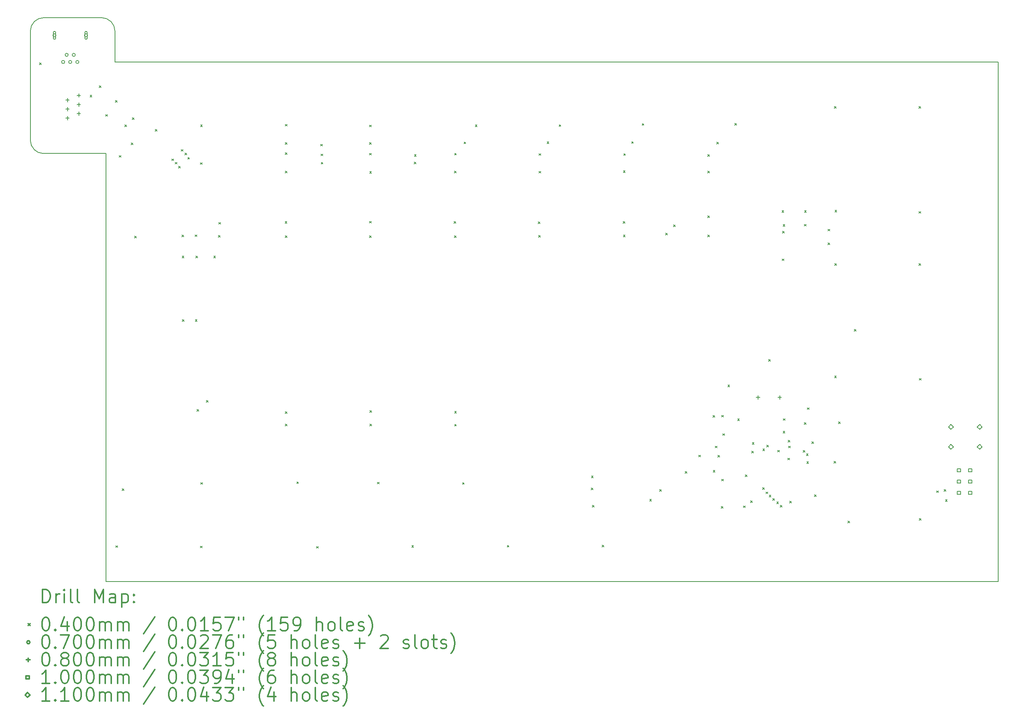
<source format=gbr>
%FSLAX45Y45*%
G04 Gerber Fmt 4.5, Leading zero omitted, Abs format (unit mm)*
G04 Created by KiCad (PCBNEW 5.1.12-1.fc34) date 2021-12-19 18:50:07*
%MOMM*%
%LPD*%
G01*
G04 APERTURE LIST*
%TA.AperFunction,Profile*%
%ADD10C,0.200000*%
%TD*%
%ADD11C,0.200000*%
%ADD12C,0.300000*%
G04 APERTURE END LIST*
D10*
X3685500Y-2923765D02*
X3685500Y-5383765D01*
X5390600Y-5683765D02*
X5390600Y-15325000D01*
X5290600Y-2623765D02*
G75*
G02*
X5590600Y-2923765I0J-300000D01*
G01*
X5590600Y-3623765D02*
X5590600Y-2923765D01*
X3985500Y-5683765D02*
G75*
G02*
X3685500Y-5383765I0J300000D01*
G01*
X3985500Y-5683765D02*
X5390600Y-5683765D01*
X3685500Y-2923765D02*
G75*
G02*
X3985500Y-2623765I300000J0D01*
G01*
X5390600Y-15325000D02*
X25488000Y-15325000D01*
X5290600Y-2623765D02*
X3985500Y-2623765D01*
X25488000Y-3623765D02*
X5590600Y-3623765D01*
X25488000Y-15325000D02*
X25488000Y-3623765D01*
D11*
X3891000Y-3638000D02*
X3931000Y-3678000D01*
X3931000Y-3638000D02*
X3891000Y-3678000D01*
X5029931Y-4366069D02*
X5069931Y-4406069D01*
X5069931Y-4366069D02*
X5029931Y-4406069D01*
X5240000Y-4157000D02*
X5280000Y-4197000D01*
X5280000Y-4157000D02*
X5240000Y-4197000D01*
X5380000Y-4805000D02*
X5420000Y-4845000D01*
X5420000Y-4805000D02*
X5380000Y-4845000D01*
X5601000Y-4489000D02*
X5641000Y-4529000D01*
X5641000Y-4489000D02*
X5601000Y-4529000D01*
X5610000Y-14517000D02*
X5650000Y-14557000D01*
X5650000Y-14517000D02*
X5610000Y-14557000D01*
X5689000Y-5728000D02*
X5729000Y-5768000D01*
X5729000Y-5728000D02*
X5689000Y-5768000D01*
X5754000Y-13233000D02*
X5794000Y-13273000D01*
X5794000Y-13233000D02*
X5754000Y-13273000D01*
X5816000Y-5035000D02*
X5856000Y-5075000D01*
X5856000Y-5035000D02*
X5816000Y-5075000D01*
X5955000Y-5441000D02*
X5995000Y-5481000D01*
X5995000Y-5441000D02*
X5955000Y-5481000D01*
X5981000Y-4879000D02*
X6021000Y-4919000D01*
X6021000Y-4879000D02*
X5981000Y-4919000D01*
X6032000Y-7542000D02*
X6072000Y-7582000D01*
X6072000Y-7542000D02*
X6032000Y-7582000D01*
X6502000Y-5138000D02*
X6542000Y-5178000D01*
X6542000Y-5138000D02*
X6502000Y-5178000D01*
X6873000Y-5805000D02*
X6913000Y-5845000D01*
X6913000Y-5805000D02*
X6873000Y-5845000D01*
X6951000Y-5881000D02*
X6991000Y-5921000D01*
X6991000Y-5881000D02*
X6951000Y-5921000D01*
X7026000Y-5967000D02*
X7066000Y-6007000D01*
X7066000Y-5967000D02*
X7026000Y-6007000D01*
X7081000Y-5592000D02*
X7121000Y-5632000D01*
X7121000Y-5592000D02*
X7081000Y-5632000D01*
X7098000Y-7520000D02*
X7138000Y-7560000D01*
X7138000Y-7520000D02*
X7098000Y-7560000D01*
X7104000Y-7990000D02*
X7144000Y-8030000D01*
X7144000Y-7990000D02*
X7104000Y-8030000D01*
X7110000Y-9422000D02*
X7150000Y-9462000D01*
X7150000Y-9422000D02*
X7110000Y-9462000D01*
X7168000Y-5673001D02*
X7208000Y-5713001D01*
X7208000Y-5673001D02*
X7168000Y-5713001D01*
X7232000Y-5770000D02*
X7272000Y-5810000D01*
X7272000Y-5770000D02*
X7232000Y-5810000D01*
X7396000Y-7514000D02*
X7436000Y-7554000D01*
X7436000Y-7514000D02*
X7396000Y-7554000D01*
X7402000Y-9422000D02*
X7442000Y-9462000D01*
X7442000Y-9422000D02*
X7402000Y-9462000D01*
X7411000Y-7990000D02*
X7451000Y-8030000D01*
X7451000Y-7990000D02*
X7411000Y-8030000D01*
X7440000Y-11446000D02*
X7480000Y-11486000D01*
X7480000Y-11446000D02*
X7440000Y-11486000D01*
X7514000Y-5889000D02*
X7554000Y-5929000D01*
X7554000Y-5889000D02*
X7514000Y-5929000D01*
X7514000Y-14525000D02*
X7554000Y-14565000D01*
X7554000Y-14525000D02*
X7514000Y-14565000D01*
X7520000Y-5037000D02*
X7560000Y-5077000D01*
X7560000Y-5037000D02*
X7520000Y-5077000D01*
X7527000Y-13094000D02*
X7567000Y-13134000D01*
X7567000Y-13094000D02*
X7527000Y-13134000D01*
X7652000Y-11241000D02*
X7692000Y-11281000D01*
X7692000Y-11241000D02*
X7652000Y-11281000D01*
X7817000Y-7990000D02*
X7857000Y-8030000D01*
X7857000Y-7990000D02*
X7817000Y-8030000D01*
X7924000Y-7528000D02*
X7964000Y-7568000D01*
X7964000Y-7528000D02*
X7924000Y-7568000D01*
X7930617Y-7234000D02*
X7970617Y-7274000D01*
X7970617Y-7234000D02*
X7930617Y-7274000D01*
X9426000Y-7214000D02*
X9466000Y-7254000D01*
X9466000Y-7214000D02*
X9426000Y-7254000D01*
X9428000Y-5026000D02*
X9468000Y-5066000D01*
X9468000Y-5026000D02*
X9428000Y-5066000D01*
X9428000Y-5435000D02*
X9468000Y-5475000D01*
X9468000Y-5435000D02*
X9428000Y-5475000D01*
X9428000Y-5667000D02*
X9468000Y-5707000D01*
X9468000Y-5667000D02*
X9428000Y-5707000D01*
X9428000Y-6082000D02*
X9468000Y-6122000D01*
X9468000Y-6082000D02*
X9428000Y-6122000D01*
X9429000Y-7535000D02*
X9469000Y-7575000D01*
X9469000Y-7535000D02*
X9429000Y-7575000D01*
X9431000Y-11497000D02*
X9471000Y-11537000D01*
X9471000Y-11497000D02*
X9431000Y-11537000D01*
X9431000Y-11775000D02*
X9471000Y-11815000D01*
X9471000Y-11775000D02*
X9431000Y-11815000D01*
X9687000Y-13076000D02*
X9727000Y-13116000D01*
X9727000Y-13076000D02*
X9687000Y-13116000D01*
X10133000Y-14533000D02*
X10173000Y-14573000D01*
X10173000Y-14533000D02*
X10133000Y-14573000D01*
X10228000Y-5473000D02*
X10268000Y-5513000D01*
X10268000Y-5473000D02*
X10228000Y-5513000D01*
X10236000Y-5694000D02*
X10276000Y-5734000D01*
X10276000Y-5694000D02*
X10236000Y-5734000D01*
X10237000Y-5881000D02*
X10277000Y-5921000D01*
X10277000Y-5881000D02*
X10237000Y-5921000D01*
X11324000Y-5042000D02*
X11364000Y-5082000D01*
X11364000Y-5042000D02*
X11324000Y-5082000D01*
X11324000Y-5435000D02*
X11364000Y-5475000D01*
X11364000Y-5435000D02*
X11324000Y-5475000D01*
X11324000Y-5678000D02*
X11364000Y-5718000D01*
X11364000Y-5678000D02*
X11324000Y-5718000D01*
X11327000Y-7209000D02*
X11367000Y-7249000D01*
X11367000Y-7209000D02*
X11327000Y-7249000D01*
X11327000Y-7533000D02*
X11367000Y-7573000D01*
X11367000Y-7533000D02*
X11327000Y-7573000D01*
X11330000Y-6088000D02*
X11370000Y-6128000D01*
X11370000Y-6088000D02*
X11330000Y-6128000D01*
X11333000Y-11475000D02*
X11373000Y-11515000D01*
X11373000Y-11475000D02*
X11333000Y-11515000D01*
X11333000Y-11775000D02*
X11373000Y-11815000D01*
X11373000Y-11775000D02*
X11333000Y-11815000D01*
X11505000Y-13085000D02*
X11545000Y-13125000D01*
X11545000Y-13085000D02*
X11505000Y-13125000D01*
X12277000Y-14513000D02*
X12317000Y-14553000D01*
X12317000Y-14513000D02*
X12277000Y-14553000D01*
X12336000Y-5877000D02*
X12376000Y-5917000D01*
X12376000Y-5877000D02*
X12336000Y-5917000D01*
X12337000Y-5705000D02*
X12377000Y-5745000D01*
X12377000Y-5705000D02*
X12337000Y-5745000D01*
X13232000Y-7215000D02*
X13272000Y-7255000D01*
X13272000Y-7215000D02*
X13232000Y-7255000D01*
X13237000Y-7533000D02*
X13277000Y-7573000D01*
X13277000Y-7533000D02*
X13237000Y-7573000D01*
X13238000Y-6077000D02*
X13278000Y-6117000D01*
X13278000Y-6077000D02*
X13238000Y-6117000D01*
X13243000Y-5678000D02*
X13283000Y-5718000D01*
X13283000Y-5678000D02*
X13243000Y-5718000D01*
X13243000Y-11490000D02*
X13283000Y-11530000D01*
X13283000Y-11490000D02*
X13243000Y-11530000D01*
X13243000Y-11782000D02*
X13283000Y-11822000D01*
X13283000Y-11782000D02*
X13243000Y-11822000D01*
X13420000Y-13094000D02*
X13460000Y-13134000D01*
X13460000Y-13094000D02*
X13420000Y-13134000D01*
X13454000Y-5424000D02*
X13494000Y-5464000D01*
X13494000Y-5424000D02*
X13454000Y-5464000D01*
X13708000Y-5037000D02*
X13748000Y-5077000D01*
X13748000Y-5037000D02*
X13708000Y-5077000D01*
X14429000Y-14508000D02*
X14469000Y-14548000D01*
X14469000Y-14508000D02*
X14429000Y-14548000D01*
X15127000Y-7225000D02*
X15167000Y-7265000D01*
X15167000Y-7225000D02*
X15127000Y-7265000D01*
X15134000Y-7529000D02*
X15174000Y-7569000D01*
X15174000Y-7529000D02*
X15134000Y-7569000D01*
X15143000Y-5686000D02*
X15183000Y-5726000D01*
X15183000Y-5686000D02*
X15143000Y-5726000D01*
X15143000Y-6084000D02*
X15183000Y-6124000D01*
X15183000Y-6084000D02*
X15143000Y-6124000D01*
X15326000Y-5416000D02*
X15366000Y-5456000D01*
X15366000Y-5416000D02*
X15326000Y-5456000D01*
X15597000Y-5033000D02*
X15637000Y-5073000D01*
X15637000Y-5033000D02*
X15597000Y-5073000D01*
X16318000Y-13217000D02*
X16358000Y-13257000D01*
X16358000Y-13217000D02*
X16318000Y-13257000D01*
X16326000Y-12945000D02*
X16366000Y-12985000D01*
X16366000Y-12945000D02*
X16326000Y-12985000D01*
X16344000Y-13603000D02*
X16384000Y-13643000D01*
X16384000Y-13603000D02*
X16344000Y-13643000D01*
X16569000Y-14502000D02*
X16609000Y-14542000D01*
X16609000Y-14502000D02*
X16569000Y-14542000D01*
X17041000Y-7215000D02*
X17081000Y-7255000D01*
X17081000Y-7215000D02*
X17041000Y-7255000D01*
X17044000Y-7516000D02*
X17084000Y-7556000D01*
X17084000Y-7516000D02*
X17044000Y-7556000D01*
X17046000Y-6069000D02*
X17086000Y-6109000D01*
X17086000Y-6069000D02*
X17046000Y-6109000D01*
X17054000Y-5686000D02*
X17094000Y-5726000D01*
X17094000Y-5686000D02*
X17054000Y-5726000D01*
X17230000Y-5414000D02*
X17270000Y-5454000D01*
X17270000Y-5414000D02*
X17230000Y-5454000D01*
X17468000Y-5009000D02*
X17508000Y-5049000D01*
X17508000Y-5009000D02*
X17468000Y-5049000D01*
X17637000Y-13473000D02*
X17677000Y-13513000D01*
X17677000Y-13473000D02*
X17637000Y-13513000D01*
X17860000Y-13253000D02*
X17900000Y-13293000D01*
X17900000Y-13253000D02*
X17860000Y-13293000D01*
X17996000Y-7473000D02*
X18036000Y-7513000D01*
X18036000Y-7473000D02*
X17996000Y-7513000D01*
X18178000Y-7291000D02*
X18218000Y-7331000D01*
X18218000Y-7291000D02*
X18178000Y-7331000D01*
X18436000Y-12841000D02*
X18476000Y-12881000D01*
X18476000Y-12841000D02*
X18436000Y-12881000D01*
X18744000Y-12475000D02*
X18784000Y-12515000D01*
X18784000Y-12475000D02*
X18744000Y-12515000D01*
X18944000Y-5706000D02*
X18984000Y-5746000D01*
X18984000Y-5706000D02*
X18944000Y-5746000D01*
X18944000Y-6082000D02*
X18984000Y-6122000D01*
X18984000Y-6082000D02*
X18944000Y-6122000D01*
X18945000Y-7088000D02*
X18985000Y-7128000D01*
X18985000Y-7088000D02*
X18945000Y-7128000D01*
X18945000Y-7520000D02*
X18985000Y-7560000D01*
X18985000Y-7520000D02*
X18945000Y-7560000D01*
X19064000Y-11584000D02*
X19104000Y-11624000D01*
X19104000Y-11584000D02*
X19064000Y-11624000D01*
X19068000Y-12817000D02*
X19108000Y-12857000D01*
X19108000Y-12817000D02*
X19068000Y-12857000D01*
X19116000Y-12273000D02*
X19156000Y-12313000D01*
X19156000Y-12273000D02*
X19116000Y-12313000D01*
X19149000Y-5429000D02*
X19189000Y-5469000D01*
X19189000Y-5429000D02*
X19149000Y-5469000D01*
X19177000Y-12482000D02*
X19217000Y-12522000D01*
X19217000Y-12482000D02*
X19177000Y-12522000D01*
X19251000Y-13632000D02*
X19291000Y-13672000D01*
X19291000Y-13632000D02*
X19251000Y-13672000D01*
X19255997Y-11579002D02*
X19295997Y-11619002D01*
X19295997Y-11579002D02*
X19255997Y-11619002D01*
X19257500Y-13018000D02*
X19297500Y-13058000D01*
X19297500Y-13018000D02*
X19257500Y-13058000D01*
X19283000Y-11993000D02*
X19323000Y-12033000D01*
X19323000Y-11993000D02*
X19283000Y-12033000D01*
X19398000Y-10894000D02*
X19438000Y-10934000D01*
X19438000Y-10894000D02*
X19398000Y-10934000D01*
X19553000Y-5004000D02*
X19593000Y-5044000D01*
X19593000Y-5004000D02*
X19553000Y-5044000D01*
X19618000Y-11661000D02*
X19658000Y-11701000D01*
X19658000Y-11661000D02*
X19618000Y-11701000D01*
X19752000Y-13618000D02*
X19792000Y-13658000D01*
X19792000Y-13618000D02*
X19752000Y-13658000D01*
X19795000Y-12921000D02*
X19835000Y-12961000D01*
X19835000Y-12921000D02*
X19795000Y-12961000D01*
X19912000Y-13505000D02*
X19952000Y-13545000D01*
X19952000Y-13505000D02*
X19912000Y-13545000D01*
X19937000Y-12385000D02*
X19977000Y-12425000D01*
X19977000Y-12385000D02*
X19937000Y-12425000D01*
X19950000Y-12193000D02*
X19990000Y-12233000D01*
X19990000Y-12193000D02*
X19950000Y-12233000D01*
X20180000Y-13205000D02*
X20220000Y-13245000D01*
X20220000Y-13205000D02*
X20180000Y-13245000D01*
X20187000Y-12338000D02*
X20227000Y-12378000D01*
X20227000Y-12338000D02*
X20187000Y-12378000D01*
X20255000Y-13305000D02*
X20295000Y-13345000D01*
X20295000Y-13305000D02*
X20255000Y-13345000D01*
X20273000Y-12251000D02*
X20313000Y-12291000D01*
X20313000Y-12251000D02*
X20273000Y-12291000D01*
X20316000Y-10319000D02*
X20356000Y-10359000D01*
X20356000Y-10319000D02*
X20316000Y-10359000D01*
X20330000Y-13380000D02*
X20370000Y-13420000D01*
X20370000Y-13380000D02*
X20330000Y-13420000D01*
X20410001Y-13456071D02*
X20450001Y-13496071D01*
X20450001Y-13456071D02*
X20410001Y-13496071D01*
X20500000Y-13530000D02*
X20540000Y-13570000D01*
X20540000Y-13530000D02*
X20500000Y-13570000D01*
X20522000Y-12365000D02*
X20562000Y-12405000D01*
X20562000Y-12365000D02*
X20522000Y-12405000D01*
X20580000Y-13605000D02*
X20620000Y-13645000D01*
X20620000Y-13605000D02*
X20580000Y-13645000D01*
X20618000Y-6971000D02*
X20658000Y-7011000D01*
X20658000Y-6971000D02*
X20618000Y-7011000D01*
X20619000Y-8056000D02*
X20659000Y-8096000D01*
X20659000Y-8056000D02*
X20619000Y-8096000D01*
X20630000Y-7434000D02*
X20670000Y-7474000D01*
X20670000Y-7434000D02*
X20630000Y-7474000D01*
X20643000Y-11940000D02*
X20683000Y-11980000D01*
X20683000Y-11940000D02*
X20643000Y-11980000D01*
X20644000Y-7283000D02*
X20684000Y-7323000D01*
X20684000Y-7283000D02*
X20644000Y-7323000D01*
X20646996Y-11654996D02*
X20686996Y-11694996D01*
X20686996Y-11654996D02*
X20646996Y-11694996D01*
X20748000Y-12544000D02*
X20788000Y-12584000D01*
X20788000Y-12544000D02*
X20748000Y-12584000D01*
X20759000Y-12140000D02*
X20799000Y-12180000D01*
X20799000Y-12140000D02*
X20759000Y-12180000D01*
X20763000Y-12273000D02*
X20803000Y-12313000D01*
X20803000Y-12273000D02*
X20763000Y-12313000D01*
X20789000Y-13510000D02*
X20829000Y-13550000D01*
X20829000Y-13510000D02*
X20789000Y-13550000D01*
X21098000Y-12369000D02*
X21138000Y-12409000D01*
X21138000Y-12369000D02*
X21098000Y-12409000D01*
X21123000Y-7277000D02*
X21163000Y-7317000D01*
X21163000Y-7277000D02*
X21123000Y-7317000D01*
X21123000Y-11741000D02*
X21163000Y-11781000D01*
X21163000Y-11741000D02*
X21123000Y-11781000D01*
X21126000Y-6971000D02*
X21166000Y-7011000D01*
X21166000Y-6971000D02*
X21126000Y-7011000D01*
X21168200Y-12449000D02*
X21208200Y-12489000D01*
X21208200Y-12449000D02*
X21168200Y-12489000D01*
X21176000Y-12624000D02*
X21216000Y-12664000D01*
X21216000Y-12624000D02*
X21176000Y-12664000D01*
X21187440Y-11409698D02*
X21227440Y-11449698D01*
X21227440Y-11409698D02*
X21187440Y-11449698D01*
X21288569Y-12175569D02*
X21328569Y-12215569D01*
X21328569Y-12175569D02*
X21288569Y-12215569D01*
X21351000Y-13367000D02*
X21391000Y-13407000D01*
X21391000Y-13367000D02*
X21351000Y-13407000D01*
X21655000Y-7388000D02*
X21695000Y-7428000D01*
X21695000Y-7388000D02*
X21655000Y-7428000D01*
X21655000Y-7697000D02*
X21695000Y-7737000D01*
X21695000Y-7697000D02*
X21655000Y-7737000D01*
X21790000Y-12617000D02*
X21830000Y-12657000D01*
X21830000Y-12617000D02*
X21790000Y-12657000D01*
X21801000Y-4623000D02*
X21841000Y-4663000D01*
X21841000Y-4623000D02*
X21801000Y-4663000D01*
X21804000Y-10692000D02*
X21844000Y-10732000D01*
X21844000Y-10692000D02*
X21804000Y-10732000D01*
X21807000Y-8164000D02*
X21847000Y-8204000D01*
X21847000Y-8164000D02*
X21807000Y-8204000D01*
X21811000Y-6962000D02*
X21851000Y-7002000D01*
X21851000Y-6962000D02*
X21811000Y-7002000D01*
X21891000Y-11728000D02*
X21931000Y-11768000D01*
X21931000Y-11728000D02*
X21891000Y-11768000D01*
X22100875Y-13958875D02*
X22140875Y-13998875D01*
X22140875Y-13958875D02*
X22100875Y-13998875D01*
X22250000Y-9646000D02*
X22290000Y-9686000D01*
X22290000Y-9646000D02*
X22250000Y-9686000D01*
X23705000Y-4625000D02*
X23745000Y-4665000D01*
X23745000Y-4625000D02*
X23705000Y-4665000D01*
X23705000Y-6990000D02*
X23745000Y-7030000D01*
X23745000Y-6990000D02*
X23705000Y-7030000D01*
X23705000Y-8159000D02*
X23745000Y-8199000D01*
X23745000Y-8159000D02*
X23705000Y-8199000D01*
X23712000Y-10748000D02*
X23752000Y-10788000D01*
X23752000Y-10748000D02*
X23712000Y-10788000D01*
X23712000Y-13900000D02*
X23752000Y-13940000D01*
X23752000Y-13900000D02*
X23712000Y-13940000D01*
X24100000Y-13279000D02*
X24140000Y-13319000D01*
X24140000Y-13279000D02*
X24100000Y-13319000D01*
X24269000Y-13249000D02*
X24309000Y-13289000D01*
X24309000Y-13249000D02*
X24269000Y-13289000D01*
X24300000Y-13479000D02*
X24340000Y-13519000D01*
X24340000Y-13479000D02*
X24300000Y-13519000D01*
X4264000Y-3021000D02*
G75*
G03*
X4264000Y-3021000I-35000J0D01*
G01*
X4204000Y-2956000D02*
X4204000Y-3086000D01*
X4254000Y-2956000D02*
X4254000Y-3086000D01*
X4204000Y-3086000D02*
G75*
G03*
X4254000Y-3086000I25000J0D01*
G01*
X4254000Y-2956000D02*
G75*
G03*
X4204000Y-2956000I-25000J0D01*
G01*
X4459000Y-3621000D02*
G75*
G03*
X4459000Y-3621000I-35000J0D01*
G01*
X4539000Y-3461000D02*
G75*
G03*
X4539000Y-3461000I-35000J0D01*
G01*
X4619000Y-3621000D02*
G75*
G03*
X4619000Y-3621000I-35000J0D01*
G01*
X4699000Y-3461000D02*
G75*
G03*
X4699000Y-3461000I-35000J0D01*
G01*
X4779000Y-3621000D02*
G75*
G03*
X4779000Y-3621000I-35000J0D01*
G01*
X4974000Y-3021000D02*
G75*
G03*
X4974000Y-3021000I-35000J0D01*
G01*
X4914000Y-2956000D02*
X4914000Y-3086000D01*
X4964000Y-2956000D02*
X4964000Y-3086000D01*
X4914000Y-3086000D02*
G75*
G03*
X4964000Y-3086000I25000J0D01*
G01*
X4964000Y-2956000D02*
G75*
G03*
X4914000Y-2956000I-25000J0D01*
G01*
X4523000Y-4436000D02*
X4523000Y-4516000D01*
X4483000Y-4476000D02*
X4563000Y-4476000D01*
X4523000Y-4640000D02*
X4523000Y-4720000D01*
X4483000Y-4680000D02*
X4563000Y-4680000D01*
X4523000Y-4844000D02*
X4523000Y-4924000D01*
X4483000Y-4884000D02*
X4563000Y-4884000D01*
X4777000Y-4334000D02*
X4777000Y-4414000D01*
X4737000Y-4374000D02*
X4817000Y-4374000D01*
X4777000Y-4538000D02*
X4777000Y-4618000D01*
X4737000Y-4578000D02*
X4817000Y-4578000D01*
X4777000Y-4742000D02*
X4777000Y-4822000D01*
X4737000Y-4782000D02*
X4817000Y-4782000D01*
X20080000Y-11135000D02*
X20080000Y-11215000D01*
X20040000Y-11175000D02*
X20120000Y-11175000D01*
X20568000Y-11135000D02*
X20568000Y-11215000D01*
X20528000Y-11175000D02*
X20608000Y-11175000D01*
X24640356Y-12855356D02*
X24640356Y-12784644D01*
X24569644Y-12784644D01*
X24569644Y-12855356D01*
X24640356Y-12855356D01*
X24640356Y-13109356D02*
X24640356Y-13038644D01*
X24569644Y-13038644D01*
X24569644Y-13109356D01*
X24640356Y-13109356D01*
X24640356Y-13363356D02*
X24640356Y-13292644D01*
X24569644Y-13292644D01*
X24569644Y-13363356D01*
X24640356Y-13363356D01*
X24894356Y-12855356D02*
X24894356Y-12784644D01*
X24823644Y-12784644D01*
X24823644Y-12855356D01*
X24894356Y-12855356D01*
X24894356Y-13109356D02*
X24894356Y-13038644D01*
X24823644Y-13038644D01*
X24823644Y-13109356D01*
X24894356Y-13109356D01*
X24894356Y-13363356D02*
X24894356Y-13292644D01*
X24823644Y-13292644D01*
X24823644Y-13363356D01*
X24894356Y-13363356D01*
X24423000Y-11895000D02*
X24478000Y-11840000D01*
X24423000Y-11785000D01*
X24368000Y-11840000D01*
X24423000Y-11895000D01*
X24423000Y-12345000D02*
X24478000Y-12290000D01*
X24423000Y-12235000D01*
X24368000Y-12290000D01*
X24423000Y-12345000D01*
X25073000Y-11895000D02*
X25128000Y-11840000D01*
X25073000Y-11785000D01*
X25018000Y-11840000D01*
X25073000Y-11895000D01*
X25073000Y-12345000D02*
X25128000Y-12290000D01*
X25073000Y-12235000D01*
X25018000Y-12290000D01*
X25073000Y-12345000D01*
D12*
X3961928Y-15800714D02*
X3961928Y-15500714D01*
X4033357Y-15500714D01*
X4076214Y-15515000D01*
X4104786Y-15543571D01*
X4119071Y-15572143D01*
X4133357Y-15629286D01*
X4133357Y-15672143D01*
X4119071Y-15729286D01*
X4104786Y-15757857D01*
X4076214Y-15786429D01*
X4033357Y-15800714D01*
X3961928Y-15800714D01*
X4261928Y-15800714D02*
X4261928Y-15600714D01*
X4261928Y-15657857D02*
X4276214Y-15629286D01*
X4290500Y-15615000D01*
X4319071Y-15600714D01*
X4347643Y-15600714D01*
X4447643Y-15800714D02*
X4447643Y-15600714D01*
X4447643Y-15500714D02*
X4433357Y-15515000D01*
X4447643Y-15529286D01*
X4461928Y-15515000D01*
X4447643Y-15500714D01*
X4447643Y-15529286D01*
X4633357Y-15800714D02*
X4604786Y-15786429D01*
X4590500Y-15757857D01*
X4590500Y-15500714D01*
X4790500Y-15800714D02*
X4761928Y-15786429D01*
X4747643Y-15757857D01*
X4747643Y-15500714D01*
X5133357Y-15800714D02*
X5133357Y-15500714D01*
X5233357Y-15715000D01*
X5333357Y-15500714D01*
X5333357Y-15800714D01*
X5604786Y-15800714D02*
X5604786Y-15643571D01*
X5590500Y-15615000D01*
X5561928Y-15600714D01*
X5504786Y-15600714D01*
X5476214Y-15615000D01*
X5604786Y-15786429D02*
X5576214Y-15800714D01*
X5504786Y-15800714D01*
X5476214Y-15786429D01*
X5461928Y-15757857D01*
X5461928Y-15729286D01*
X5476214Y-15700714D01*
X5504786Y-15686429D01*
X5576214Y-15686429D01*
X5604786Y-15672143D01*
X5747643Y-15600714D02*
X5747643Y-15900714D01*
X5747643Y-15615000D02*
X5776214Y-15600714D01*
X5833357Y-15600714D01*
X5861928Y-15615000D01*
X5876214Y-15629286D01*
X5890500Y-15657857D01*
X5890500Y-15743571D01*
X5876214Y-15772143D01*
X5861928Y-15786429D01*
X5833357Y-15800714D01*
X5776214Y-15800714D01*
X5747643Y-15786429D01*
X6019071Y-15772143D02*
X6033357Y-15786429D01*
X6019071Y-15800714D01*
X6004786Y-15786429D01*
X6019071Y-15772143D01*
X6019071Y-15800714D01*
X6019071Y-15615000D02*
X6033357Y-15629286D01*
X6019071Y-15643571D01*
X6004786Y-15629286D01*
X6019071Y-15615000D01*
X6019071Y-15643571D01*
X3635500Y-16275000D02*
X3675500Y-16315000D01*
X3675500Y-16275000D02*
X3635500Y-16315000D01*
X4019071Y-16130714D02*
X4047643Y-16130714D01*
X4076214Y-16145000D01*
X4090500Y-16159286D01*
X4104786Y-16187857D01*
X4119071Y-16245000D01*
X4119071Y-16316429D01*
X4104786Y-16373571D01*
X4090500Y-16402143D01*
X4076214Y-16416429D01*
X4047643Y-16430714D01*
X4019071Y-16430714D01*
X3990500Y-16416429D01*
X3976214Y-16402143D01*
X3961928Y-16373571D01*
X3947643Y-16316429D01*
X3947643Y-16245000D01*
X3961928Y-16187857D01*
X3976214Y-16159286D01*
X3990500Y-16145000D01*
X4019071Y-16130714D01*
X4247643Y-16402143D02*
X4261928Y-16416429D01*
X4247643Y-16430714D01*
X4233357Y-16416429D01*
X4247643Y-16402143D01*
X4247643Y-16430714D01*
X4519071Y-16230714D02*
X4519071Y-16430714D01*
X4447643Y-16116429D02*
X4376214Y-16330714D01*
X4561928Y-16330714D01*
X4733357Y-16130714D02*
X4761928Y-16130714D01*
X4790500Y-16145000D01*
X4804786Y-16159286D01*
X4819071Y-16187857D01*
X4833357Y-16245000D01*
X4833357Y-16316429D01*
X4819071Y-16373571D01*
X4804786Y-16402143D01*
X4790500Y-16416429D01*
X4761928Y-16430714D01*
X4733357Y-16430714D01*
X4704786Y-16416429D01*
X4690500Y-16402143D01*
X4676214Y-16373571D01*
X4661928Y-16316429D01*
X4661928Y-16245000D01*
X4676214Y-16187857D01*
X4690500Y-16159286D01*
X4704786Y-16145000D01*
X4733357Y-16130714D01*
X5019071Y-16130714D02*
X5047643Y-16130714D01*
X5076214Y-16145000D01*
X5090500Y-16159286D01*
X5104786Y-16187857D01*
X5119071Y-16245000D01*
X5119071Y-16316429D01*
X5104786Y-16373571D01*
X5090500Y-16402143D01*
X5076214Y-16416429D01*
X5047643Y-16430714D01*
X5019071Y-16430714D01*
X4990500Y-16416429D01*
X4976214Y-16402143D01*
X4961928Y-16373571D01*
X4947643Y-16316429D01*
X4947643Y-16245000D01*
X4961928Y-16187857D01*
X4976214Y-16159286D01*
X4990500Y-16145000D01*
X5019071Y-16130714D01*
X5247643Y-16430714D02*
X5247643Y-16230714D01*
X5247643Y-16259286D02*
X5261928Y-16245000D01*
X5290500Y-16230714D01*
X5333357Y-16230714D01*
X5361928Y-16245000D01*
X5376214Y-16273571D01*
X5376214Y-16430714D01*
X5376214Y-16273571D02*
X5390500Y-16245000D01*
X5419071Y-16230714D01*
X5461928Y-16230714D01*
X5490500Y-16245000D01*
X5504786Y-16273571D01*
X5504786Y-16430714D01*
X5647643Y-16430714D02*
X5647643Y-16230714D01*
X5647643Y-16259286D02*
X5661928Y-16245000D01*
X5690500Y-16230714D01*
X5733357Y-16230714D01*
X5761928Y-16245000D01*
X5776214Y-16273571D01*
X5776214Y-16430714D01*
X5776214Y-16273571D02*
X5790500Y-16245000D01*
X5819071Y-16230714D01*
X5861928Y-16230714D01*
X5890500Y-16245000D01*
X5904786Y-16273571D01*
X5904786Y-16430714D01*
X6490500Y-16116429D02*
X6233357Y-16502143D01*
X6876214Y-16130714D02*
X6904786Y-16130714D01*
X6933357Y-16145000D01*
X6947643Y-16159286D01*
X6961928Y-16187857D01*
X6976214Y-16245000D01*
X6976214Y-16316429D01*
X6961928Y-16373571D01*
X6947643Y-16402143D01*
X6933357Y-16416429D01*
X6904786Y-16430714D01*
X6876214Y-16430714D01*
X6847643Y-16416429D01*
X6833357Y-16402143D01*
X6819071Y-16373571D01*
X6804786Y-16316429D01*
X6804786Y-16245000D01*
X6819071Y-16187857D01*
X6833357Y-16159286D01*
X6847643Y-16145000D01*
X6876214Y-16130714D01*
X7104786Y-16402143D02*
X7119071Y-16416429D01*
X7104786Y-16430714D01*
X7090500Y-16416429D01*
X7104786Y-16402143D01*
X7104786Y-16430714D01*
X7304786Y-16130714D02*
X7333357Y-16130714D01*
X7361928Y-16145000D01*
X7376214Y-16159286D01*
X7390500Y-16187857D01*
X7404786Y-16245000D01*
X7404786Y-16316429D01*
X7390500Y-16373571D01*
X7376214Y-16402143D01*
X7361928Y-16416429D01*
X7333357Y-16430714D01*
X7304786Y-16430714D01*
X7276214Y-16416429D01*
X7261928Y-16402143D01*
X7247643Y-16373571D01*
X7233357Y-16316429D01*
X7233357Y-16245000D01*
X7247643Y-16187857D01*
X7261928Y-16159286D01*
X7276214Y-16145000D01*
X7304786Y-16130714D01*
X7690500Y-16430714D02*
X7519071Y-16430714D01*
X7604786Y-16430714D02*
X7604786Y-16130714D01*
X7576214Y-16173571D01*
X7547643Y-16202143D01*
X7519071Y-16216429D01*
X7961928Y-16130714D02*
X7819071Y-16130714D01*
X7804786Y-16273571D01*
X7819071Y-16259286D01*
X7847643Y-16245000D01*
X7919071Y-16245000D01*
X7947643Y-16259286D01*
X7961928Y-16273571D01*
X7976214Y-16302143D01*
X7976214Y-16373571D01*
X7961928Y-16402143D01*
X7947643Y-16416429D01*
X7919071Y-16430714D01*
X7847643Y-16430714D01*
X7819071Y-16416429D01*
X7804786Y-16402143D01*
X8076214Y-16130714D02*
X8276214Y-16130714D01*
X8147643Y-16430714D01*
X8376214Y-16130714D02*
X8376214Y-16187857D01*
X8490500Y-16130714D02*
X8490500Y-16187857D01*
X8933357Y-16545000D02*
X8919071Y-16530714D01*
X8890500Y-16487857D01*
X8876214Y-16459286D01*
X8861928Y-16416429D01*
X8847643Y-16345000D01*
X8847643Y-16287857D01*
X8861928Y-16216429D01*
X8876214Y-16173571D01*
X8890500Y-16145000D01*
X8919071Y-16102143D01*
X8933357Y-16087857D01*
X9204786Y-16430714D02*
X9033357Y-16430714D01*
X9119071Y-16430714D02*
X9119071Y-16130714D01*
X9090500Y-16173571D01*
X9061928Y-16202143D01*
X9033357Y-16216429D01*
X9476214Y-16130714D02*
X9333357Y-16130714D01*
X9319071Y-16273571D01*
X9333357Y-16259286D01*
X9361928Y-16245000D01*
X9433357Y-16245000D01*
X9461928Y-16259286D01*
X9476214Y-16273571D01*
X9490500Y-16302143D01*
X9490500Y-16373571D01*
X9476214Y-16402143D01*
X9461928Y-16416429D01*
X9433357Y-16430714D01*
X9361928Y-16430714D01*
X9333357Y-16416429D01*
X9319071Y-16402143D01*
X9633357Y-16430714D02*
X9690500Y-16430714D01*
X9719071Y-16416429D01*
X9733357Y-16402143D01*
X9761928Y-16359286D01*
X9776214Y-16302143D01*
X9776214Y-16187857D01*
X9761928Y-16159286D01*
X9747643Y-16145000D01*
X9719071Y-16130714D01*
X9661928Y-16130714D01*
X9633357Y-16145000D01*
X9619071Y-16159286D01*
X9604786Y-16187857D01*
X9604786Y-16259286D01*
X9619071Y-16287857D01*
X9633357Y-16302143D01*
X9661928Y-16316429D01*
X9719071Y-16316429D01*
X9747643Y-16302143D01*
X9761928Y-16287857D01*
X9776214Y-16259286D01*
X10133357Y-16430714D02*
X10133357Y-16130714D01*
X10261928Y-16430714D02*
X10261928Y-16273571D01*
X10247643Y-16245000D01*
X10219071Y-16230714D01*
X10176214Y-16230714D01*
X10147643Y-16245000D01*
X10133357Y-16259286D01*
X10447643Y-16430714D02*
X10419071Y-16416429D01*
X10404786Y-16402143D01*
X10390500Y-16373571D01*
X10390500Y-16287857D01*
X10404786Y-16259286D01*
X10419071Y-16245000D01*
X10447643Y-16230714D01*
X10490500Y-16230714D01*
X10519071Y-16245000D01*
X10533357Y-16259286D01*
X10547643Y-16287857D01*
X10547643Y-16373571D01*
X10533357Y-16402143D01*
X10519071Y-16416429D01*
X10490500Y-16430714D01*
X10447643Y-16430714D01*
X10719071Y-16430714D02*
X10690500Y-16416429D01*
X10676214Y-16387857D01*
X10676214Y-16130714D01*
X10947643Y-16416429D02*
X10919071Y-16430714D01*
X10861928Y-16430714D01*
X10833357Y-16416429D01*
X10819071Y-16387857D01*
X10819071Y-16273571D01*
X10833357Y-16245000D01*
X10861928Y-16230714D01*
X10919071Y-16230714D01*
X10947643Y-16245000D01*
X10961928Y-16273571D01*
X10961928Y-16302143D01*
X10819071Y-16330714D01*
X11076214Y-16416429D02*
X11104786Y-16430714D01*
X11161928Y-16430714D01*
X11190500Y-16416429D01*
X11204786Y-16387857D01*
X11204786Y-16373571D01*
X11190500Y-16345000D01*
X11161928Y-16330714D01*
X11119071Y-16330714D01*
X11090500Y-16316429D01*
X11076214Y-16287857D01*
X11076214Y-16273571D01*
X11090500Y-16245000D01*
X11119071Y-16230714D01*
X11161928Y-16230714D01*
X11190500Y-16245000D01*
X11304786Y-16545000D02*
X11319071Y-16530714D01*
X11347643Y-16487857D01*
X11361928Y-16459286D01*
X11376214Y-16416429D01*
X11390500Y-16345000D01*
X11390500Y-16287857D01*
X11376214Y-16216429D01*
X11361928Y-16173571D01*
X11347643Y-16145000D01*
X11319071Y-16102143D01*
X11304786Y-16087857D01*
X3675500Y-16691000D02*
G75*
G03*
X3675500Y-16691000I-35000J0D01*
G01*
X4019071Y-16526714D02*
X4047643Y-16526714D01*
X4076214Y-16541000D01*
X4090500Y-16555286D01*
X4104786Y-16583857D01*
X4119071Y-16641000D01*
X4119071Y-16712429D01*
X4104786Y-16769571D01*
X4090500Y-16798143D01*
X4076214Y-16812429D01*
X4047643Y-16826714D01*
X4019071Y-16826714D01*
X3990500Y-16812429D01*
X3976214Y-16798143D01*
X3961928Y-16769571D01*
X3947643Y-16712429D01*
X3947643Y-16641000D01*
X3961928Y-16583857D01*
X3976214Y-16555286D01*
X3990500Y-16541000D01*
X4019071Y-16526714D01*
X4247643Y-16798143D02*
X4261928Y-16812429D01*
X4247643Y-16826714D01*
X4233357Y-16812429D01*
X4247643Y-16798143D01*
X4247643Y-16826714D01*
X4361928Y-16526714D02*
X4561928Y-16526714D01*
X4433357Y-16826714D01*
X4733357Y-16526714D02*
X4761928Y-16526714D01*
X4790500Y-16541000D01*
X4804786Y-16555286D01*
X4819071Y-16583857D01*
X4833357Y-16641000D01*
X4833357Y-16712429D01*
X4819071Y-16769571D01*
X4804786Y-16798143D01*
X4790500Y-16812429D01*
X4761928Y-16826714D01*
X4733357Y-16826714D01*
X4704786Y-16812429D01*
X4690500Y-16798143D01*
X4676214Y-16769571D01*
X4661928Y-16712429D01*
X4661928Y-16641000D01*
X4676214Y-16583857D01*
X4690500Y-16555286D01*
X4704786Y-16541000D01*
X4733357Y-16526714D01*
X5019071Y-16526714D02*
X5047643Y-16526714D01*
X5076214Y-16541000D01*
X5090500Y-16555286D01*
X5104786Y-16583857D01*
X5119071Y-16641000D01*
X5119071Y-16712429D01*
X5104786Y-16769571D01*
X5090500Y-16798143D01*
X5076214Y-16812429D01*
X5047643Y-16826714D01*
X5019071Y-16826714D01*
X4990500Y-16812429D01*
X4976214Y-16798143D01*
X4961928Y-16769571D01*
X4947643Y-16712429D01*
X4947643Y-16641000D01*
X4961928Y-16583857D01*
X4976214Y-16555286D01*
X4990500Y-16541000D01*
X5019071Y-16526714D01*
X5247643Y-16826714D02*
X5247643Y-16626714D01*
X5247643Y-16655286D02*
X5261928Y-16641000D01*
X5290500Y-16626714D01*
X5333357Y-16626714D01*
X5361928Y-16641000D01*
X5376214Y-16669571D01*
X5376214Y-16826714D01*
X5376214Y-16669571D02*
X5390500Y-16641000D01*
X5419071Y-16626714D01*
X5461928Y-16626714D01*
X5490500Y-16641000D01*
X5504786Y-16669571D01*
X5504786Y-16826714D01*
X5647643Y-16826714D02*
X5647643Y-16626714D01*
X5647643Y-16655286D02*
X5661928Y-16641000D01*
X5690500Y-16626714D01*
X5733357Y-16626714D01*
X5761928Y-16641000D01*
X5776214Y-16669571D01*
X5776214Y-16826714D01*
X5776214Y-16669571D02*
X5790500Y-16641000D01*
X5819071Y-16626714D01*
X5861928Y-16626714D01*
X5890500Y-16641000D01*
X5904786Y-16669571D01*
X5904786Y-16826714D01*
X6490500Y-16512429D02*
X6233357Y-16898143D01*
X6876214Y-16526714D02*
X6904786Y-16526714D01*
X6933357Y-16541000D01*
X6947643Y-16555286D01*
X6961928Y-16583857D01*
X6976214Y-16641000D01*
X6976214Y-16712429D01*
X6961928Y-16769571D01*
X6947643Y-16798143D01*
X6933357Y-16812429D01*
X6904786Y-16826714D01*
X6876214Y-16826714D01*
X6847643Y-16812429D01*
X6833357Y-16798143D01*
X6819071Y-16769571D01*
X6804786Y-16712429D01*
X6804786Y-16641000D01*
X6819071Y-16583857D01*
X6833357Y-16555286D01*
X6847643Y-16541000D01*
X6876214Y-16526714D01*
X7104786Y-16798143D02*
X7119071Y-16812429D01*
X7104786Y-16826714D01*
X7090500Y-16812429D01*
X7104786Y-16798143D01*
X7104786Y-16826714D01*
X7304786Y-16526714D02*
X7333357Y-16526714D01*
X7361928Y-16541000D01*
X7376214Y-16555286D01*
X7390500Y-16583857D01*
X7404786Y-16641000D01*
X7404786Y-16712429D01*
X7390500Y-16769571D01*
X7376214Y-16798143D01*
X7361928Y-16812429D01*
X7333357Y-16826714D01*
X7304786Y-16826714D01*
X7276214Y-16812429D01*
X7261928Y-16798143D01*
X7247643Y-16769571D01*
X7233357Y-16712429D01*
X7233357Y-16641000D01*
X7247643Y-16583857D01*
X7261928Y-16555286D01*
X7276214Y-16541000D01*
X7304786Y-16526714D01*
X7519071Y-16555286D02*
X7533357Y-16541000D01*
X7561928Y-16526714D01*
X7633357Y-16526714D01*
X7661928Y-16541000D01*
X7676214Y-16555286D01*
X7690500Y-16583857D01*
X7690500Y-16612429D01*
X7676214Y-16655286D01*
X7504786Y-16826714D01*
X7690500Y-16826714D01*
X7790500Y-16526714D02*
X7990500Y-16526714D01*
X7861928Y-16826714D01*
X8233357Y-16526714D02*
X8176214Y-16526714D01*
X8147643Y-16541000D01*
X8133357Y-16555286D01*
X8104786Y-16598143D01*
X8090500Y-16655286D01*
X8090500Y-16769571D01*
X8104786Y-16798143D01*
X8119071Y-16812429D01*
X8147643Y-16826714D01*
X8204786Y-16826714D01*
X8233357Y-16812429D01*
X8247643Y-16798143D01*
X8261928Y-16769571D01*
X8261928Y-16698143D01*
X8247643Y-16669571D01*
X8233357Y-16655286D01*
X8204786Y-16641000D01*
X8147643Y-16641000D01*
X8119071Y-16655286D01*
X8104786Y-16669571D01*
X8090500Y-16698143D01*
X8376214Y-16526714D02*
X8376214Y-16583857D01*
X8490500Y-16526714D02*
X8490500Y-16583857D01*
X8933357Y-16941000D02*
X8919071Y-16926714D01*
X8890500Y-16883857D01*
X8876214Y-16855286D01*
X8861928Y-16812429D01*
X8847643Y-16741000D01*
X8847643Y-16683857D01*
X8861928Y-16612429D01*
X8876214Y-16569571D01*
X8890500Y-16541000D01*
X8919071Y-16498143D01*
X8933357Y-16483857D01*
X9190500Y-16526714D02*
X9047643Y-16526714D01*
X9033357Y-16669571D01*
X9047643Y-16655286D01*
X9076214Y-16641000D01*
X9147643Y-16641000D01*
X9176214Y-16655286D01*
X9190500Y-16669571D01*
X9204786Y-16698143D01*
X9204786Y-16769571D01*
X9190500Y-16798143D01*
X9176214Y-16812429D01*
X9147643Y-16826714D01*
X9076214Y-16826714D01*
X9047643Y-16812429D01*
X9033357Y-16798143D01*
X9561928Y-16826714D02*
X9561928Y-16526714D01*
X9690500Y-16826714D02*
X9690500Y-16669571D01*
X9676214Y-16641000D01*
X9647643Y-16626714D01*
X9604786Y-16626714D01*
X9576214Y-16641000D01*
X9561928Y-16655286D01*
X9876214Y-16826714D02*
X9847643Y-16812429D01*
X9833357Y-16798143D01*
X9819071Y-16769571D01*
X9819071Y-16683857D01*
X9833357Y-16655286D01*
X9847643Y-16641000D01*
X9876214Y-16626714D01*
X9919071Y-16626714D01*
X9947643Y-16641000D01*
X9961928Y-16655286D01*
X9976214Y-16683857D01*
X9976214Y-16769571D01*
X9961928Y-16798143D01*
X9947643Y-16812429D01*
X9919071Y-16826714D01*
X9876214Y-16826714D01*
X10147643Y-16826714D02*
X10119071Y-16812429D01*
X10104786Y-16783857D01*
X10104786Y-16526714D01*
X10376214Y-16812429D02*
X10347643Y-16826714D01*
X10290500Y-16826714D01*
X10261928Y-16812429D01*
X10247643Y-16783857D01*
X10247643Y-16669571D01*
X10261928Y-16641000D01*
X10290500Y-16626714D01*
X10347643Y-16626714D01*
X10376214Y-16641000D01*
X10390500Y-16669571D01*
X10390500Y-16698143D01*
X10247643Y-16726714D01*
X10504786Y-16812429D02*
X10533357Y-16826714D01*
X10590500Y-16826714D01*
X10619071Y-16812429D01*
X10633357Y-16783857D01*
X10633357Y-16769571D01*
X10619071Y-16741000D01*
X10590500Y-16726714D01*
X10547643Y-16726714D01*
X10519071Y-16712429D01*
X10504786Y-16683857D01*
X10504786Y-16669571D01*
X10519071Y-16641000D01*
X10547643Y-16626714D01*
X10590500Y-16626714D01*
X10619071Y-16641000D01*
X10990500Y-16712429D02*
X11219071Y-16712429D01*
X11104786Y-16826714D02*
X11104786Y-16598143D01*
X11576214Y-16555286D02*
X11590500Y-16541000D01*
X11619071Y-16526714D01*
X11690500Y-16526714D01*
X11719071Y-16541000D01*
X11733357Y-16555286D01*
X11747643Y-16583857D01*
X11747643Y-16612429D01*
X11733357Y-16655286D01*
X11561928Y-16826714D01*
X11747643Y-16826714D01*
X12090500Y-16812429D02*
X12119071Y-16826714D01*
X12176214Y-16826714D01*
X12204786Y-16812429D01*
X12219071Y-16783857D01*
X12219071Y-16769571D01*
X12204786Y-16741000D01*
X12176214Y-16726714D01*
X12133357Y-16726714D01*
X12104786Y-16712429D01*
X12090500Y-16683857D01*
X12090500Y-16669571D01*
X12104786Y-16641000D01*
X12133357Y-16626714D01*
X12176214Y-16626714D01*
X12204786Y-16641000D01*
X12390500Y-16826714D02*
X12361928Y-16812429D01*
X12347643Y-16783857D01*
X12347643Y-16526714D01*
X12547643Y-16826714D02*
X12519071Y-16812429D01*
X12504786Y-16798143D01*
X12490500Y-16769571D01*
X12490500Y-16683857D01*
X12504786Y-16655286D01*
X12519071Y-16641000D01*
X12547643Y-16626714D01*
X12590500Y-16626714D01*
X12619071Y-16641000D01*
X12633357Y-16655286D01*
X12647643Y-16683857D01*
X12647643Y-16769571D01*
X12633357Y-16798143D01*
X12619071Y-16812429D01*
X12590500Y-16826714D01*
X12547643Y-16826714D01*
X12733357Y-16626714D02*
X12847643Y-16626714D01*
X12776214Y-16526714D02*
X12776214Y-16783857D01*
X12790500Y-16812429D01*
X12819071Y-16826714D01*
X12847643Y-16826714D01*
X12933357Y-16812429D02*
X12961928Y-16826714D01*
X13019071Y-16826714D01*
X13047643Y-16812429D01*
X13061928Y-16783857D01*
X13061928Y-16769571D01*
X13047643Y-16741000D01*
X13019071Y-16726714D01*
X12976214Y-16726714D01*
X12947643Y-16712429D01*
X12933357Y-16683857D01*
X12933357Y-16669571D01*
X12947643Y-16641000D01*
X12976214Y-16626714D01*
X13019071Y-16626714D01*
X13047643Y-16641000D01*
X13161928Y-16941000D02*
X13176214Y-16926714D01*
X13204786Y-16883857D01*
X13219071Y-16855286D01*
X13233357Y-16812429D01*
X13247643Y-16741000D01*
X13247643Y-16683857D01*
X13233357Y-16612429D01*
X13219071Y-16569571D01*
X13204786Y-16541000D01*
X13176214Y-16498143D01*
X13161928Y-16483857D01*
X3635500Y-17047000D02*
X3635500Y-17127000D01*
X3595500Y-17087000D02*
X3675500Y-17087000D01*
X4019071Y-16922714D02*
X4047643Y-16922714D01*
X4076214Y-16937000D01*
X4090500Y-16951286D01*
X4104786Y-16979857D01*
X4119071Y-17037000D01*
X4119071Y-17108429D01*
X4104786Y-17165572D01*
X4090500Y-17194143D01*
X4076214Y-17208429D01*
X4047643Y-17222714D01*
X4019071Y-17222714D01*
X3990500Y-17208429D01*
X3976214Y-17194143D01*
X3961928Y-17165572D01*
X3947643Y-17108429D01*
X3947643Y-17037000D01*
X3961928Y-16979857D01*
X3976214Y-16951286D01*
X3990500Y-16937000D01*
X4019071Y-16922714D01*
X4247643Y-17194143D02*
X4261928Y-17208429D01*
X4247643Y-17222714D01*
X4233357Y-17208429D01*
X4247643Y-17194143D01*
X4247643Y-17222714D01*
X4433357Y-17051286D02*
X4404786Y-17037000D01*
X4390500Y-17022714D01*
X4376214Y-16994143D01*
X4376214Y-16979857D01*
X4390500Y-16951286D01*
X4404786Y-16937000D01*
X4433357Y-16922714D01*
X4490500Y-16922714D01*
X4519071Y-16937000D01*
X4533357Y-16951286D01*
X4547643Y-16979857D01*
X4547643Y-16994143D01*
X4533357Y-17022714D01*
X4519071Y-17037000D01*
X4490500Y-17051286D01*
X4433357Y-17051286D01*
X4404786Y-17065572D01*
X4390500Y-17079857D01*
X4376214Y-17108429D01*
X4376214Y-17165572D01*
X4390500Y-17194143D01*
X4404786Y-17208429D01*
X4433357Y-17222714D01*
X4490500Y-17222714D01*
X4519071Y-17208429D01*
X4533357Y-17194143D01*
X4547643Y-17165572D01*
X4547643Y-17108429D01*
X4533357Y-17079857D01*
X4519071Y-17065572D01*
X4490500Y-17051286D01*
X4733357Y-16922714D02*
X4761928Y-16922714D01*
X4790500Y-16937000D01*
X4804786Y-16951286D01*
X4819071Y-16979857D01*
X4833357Y-17037000D01*
X4833357Y-17108429D01*
X4819071Y-17165572D01*
X4804786Y-17194143D01*
X4790500Y-17208429D01*
X4761928Y-17222714D01*
X4733357Y-17222714D01*
X4704786Y-17208429D01*
X4690500Y-17194143D01*
X4676214Y-17165572D01*
X4661928Y-17108429D01*
X4661928Y-17037000D01*
X4676214Y-16979857D01*
X4690500Y-16951286D01*
X4704786Y-16937000D01*
X4733357Y-16922714D01*
X5019071Y-16922714D02*
X5047643Y-16922714D01*
X5076214Y-16937000D01*
X5090500Y-16951286D01*
X5104786Y-16979857D01*
X5119071Y-17037000D01*
X5119071Y-17108429D01*
X5104786Y-17165572D01*
X5090500Y-17194143D01*
X5076214Y-17208429D01*
X5047643Y-17222714D01*
X5019071Y-17222714D01*
X4990500Y-17208429D01*
X4976214Y-17194143D01*
X4961928Y-17165572D01*
X4947643Y-17108429D01*
X4947643Y-17037000D01*
X4961928Y-16979857D01*
X4976214Y-16951286D01*
X4990500Y-16937000D01*
X5019071Y-16922714D01*
X5247643Y-17222714D02*
X5247643Y-17022714D01*
X5247643Y-17051286D02*
X5261928Y-17037000D01*
X5290500Y-17022714D01*
X5333357Y-17022714D01*
X5361928Y-17037000D01*
X5376214Y-17065572D01*
X5376214Y-17222714D01*
X5376214Y-17065572D02*
X5390500Y-17037000D01*
X5419071Y-17022714D01*
X5461928Y-17022714D01*
X5490500Y-17037000D01*
X5504786Y-17065572D01*
X5504786Y-17222714D01*
X5647643Y-17222714D02*
X5647643Y-17022714D01*
X5647643Y-17051286D02*
X5661928Y-17037000D01*
X5690500Y-17022714D01*
X5733357Y-17022714D01*
X5761928Y-17037000D01*
X5776214Y-17065572D01*
X5776214Y-17222714D01*
X5776214Y-17065572D02*
X5790500Y-17037000D01*
X5819071Y-17022714D01*
X5861928Y-17022714D01*
X5890500Y-17037000D01*
X5904786Y-17065572D01*
X5904786Y-17222714D01*
X6490500Y-16908429D02*
X6233357Y-17294143D01*
X6876214Y-16922714D02*
X6904786Y-16922714D01*
X6933357Y-16937000D01*
X6947643Y-16951286D01*
X6961928Y-16979857D01*
X6976214Y-17037000D01*
X6976214Y-17108429D01*
X6961928Y-17165572D01*
X6947643Y-17194143D01*
X6933357Y-17208429D01*
X6904786Y-17222714D01*
X6876214Y-17222714D01*
X6847643Y-17208429D01*
X6833357Y-17194143D01*
X6819071Y-17165572D01*
X6804786Y-17108429D01*
X6804786Y-17037000D01*
X6819071Y-16979857D01*
X6833357Y-16951286D01*
X6847643Y-16937000D01*
X6876214Y-16922714D01*
X7104786Y-17194143D02*
X7119071Y-17208429D01*
X7104786Y-17222714D01*
X7090500Y-17208429D01*
X7104786Y-17194143D01*
X7104786Y-17222714D01*
X7304786Y-16922714D02*
X7333357Y-16922714D01*
X7361928Y-16937000D01*
X7376214Y-16951286D01*
X7390500Y-16979857D01*
X7404786Y-17037000D01*
X7404786Y-17108429D01*
X7390500Y-17165572D01*
X7376214Y-17194143D01*
X7361928Y-17208429D01*
X7333357Y-17222714D01*
X7304786Y-17222714D01*
X7276214Y-17208429D01*
X7261928Y-17194143D01*
X7247643Y-17165572D01*
X7233357Y-17108429D01*
X7233357Y-17037000D01*
X7247643Y-16979857D01*
X7261928Y-16951286D01*
X7276214Y-16937000D01*
X7304786Y-16922714D01*
X7504786Y-16922714D02*
X7690500Y-16922714D01*
X7590500Y-17037000D01*
X7633357Y-17037000D01*
X7661928Y-17051286D01*
X7676214Y-17065572D01*
X7690500Y-17094143D01*
X7690500Y-17165572D01*
X7676214Y-17194143D01*
X7661928Y-17208429D01*
X7633357Y-17222714D01*
X7547643Y-17222714D01*
X7519071Y-17208429D01*
X7504786Y-17194143D01*
X7976214Y-17222714D02*
X7804786Y-17222714D01*
X7890500Y-17222714D02*
X7890500Y-16922714D01*
X7861928Y-16965572D01*
X7833357Y-16994143D01*
X7804786Y-17008429D01*
X8247643Y-16922714D02*
X8104786Y-16922714D01*
X8090500Y-17065572D01*
X8104786Y-17051286D01*
X8133357Y-17037000D01*
X8204786Y-17037000D01*
X8233357Y-17051286D01*
X8247643Y-17065572D01*
X8261928Y-17094143D01*
X8261928Y-17165572D01*
X8247643Y-17194143D01*
X8233357Y-17208429D01*
X8204786Y-17222714D01*
X8133357Y-17222714D01*
X8104786Y-17208429D01*
X8090500Y-17194143D01*
X8376214Y-16922714D02*
X8376214Y-16979857D01*
X8490500Y-16922714D02*
X8490500Y-16979857D01*
X8933357Y-17337000D02*
X8919071Y-17322714D01*
X8890500Y-17279857D01*
X8876214Y-17251286D01*
X8861928Y-17208429D01*
X8847643Y-17137000D01*
X8847643Y-17079857D01*
X8861928Y-17008429D01*
X8876214Y-16965572D01*
X8890500Y-16937000D01*
X8919071Y-16894143D01*
X8933357Y-16879857D01*
X9090500Y-17051286D02*
X9061928Y-17037000D01*
X9047643Y-17022714D01*
X9033357Y-16994143D01*
X9033357Y-16979857D01*
X9047643Y-16951286D01*
X9061928Y-16937000D01*
X9090500Y-16922714D01*
X9147643Y-16922714D01*
X9176214Y-16937000D01*
X9190500Y-16951286D01*
X9204786Y-16979857D01*
X9204786Y-16994143D01*
X9190500Y-17022714D01*
X9176214Y-17037000D01*
X9147643Y-17051286D01*
X9090500Y-17051286D01*
X9061928Y-17065572D01*
X9047643Y-17079857D01*
X9033357Y-17108429D01*
X9033357Y-17165572D01*
X9047643Y-17194143D01*
X9061928Y-17208429D01*
X9090500Y-17222714D01*
X9147643Y-17222714D01*
X9176214Y-17208429D01*
X9190500Y-17194143D01*
X9204786Y-17165572D01*
X9204786Y-17108429D01*
X9190500Y-17079857D01*
X9176214Y-17065572D01*
X9147643Y-17051286D01*
X9561928Y-17222714D02*
X9561928Y-16922714D01*
X9690500Y-17222714D02*
X9690500Y-17065572D01*
X9676214Y-17037000D01*
X9647643Y-17022714D01*
X9604786Y-17022714D01*
X9576214Y-17037000D01*
X9561928Y-17051286D01*
X9876214Y-17222714D02*
X9847643Y-17208429D01*
X9833357Y-17194143D01*
X9819071Y-17165572D01*
X9819071Y-17079857D01*
X9833357Y-17051286D01*
X9847643Y-17037000D01*
X9876214Y-17022714D01*
X9919071Y-17022714D01*
X9947643Y-17037000D01*
X9961928Y-17051286D01*
X9976214Y-17079857D01*
X9976214Y-17165572D01*
X9961928Y-17194143D01*
X9947643Y-17208429D01*
X9919071Y-17222714D01*
X9876214Y-17222714D01*
X10147643Y-17222714D02*
X10119071Y-17208429D01*
X10104786Y-17179857D01*
X10104786Y-16922714D01*
X10376214Y-17208429D02*
X10347643Y-17222714D01*
X10290500Y-17222714D01*
X10261928Y-17208429D01*
X10247643Y-17179857D01*
X10247643Y-17065572D01*
X10261928Y-17037000D01*
X10290500Y-17022714D01*
X10347643Y-17022714D01*
X10376214Y-17037000D01*
X10390500Y-17065572D01*
X10390500Y-17094143D01*
X10247643Y-17122714D01*
X10504786Y-17208429D02*
X10533357Y-17222714D01*
X10590500Y-17222714D01*
X10619071Y-17208429D01*
X10633357Y-17179857D01*
X10633357Y-17165572D01*
X10619071Y-17137000D01*
X10590500Y-17122714D01*
X10547643Y-17122714D01*
X10519071Y-17108429D01*
X10504786Y-17079857D01*
X10504786Y-17065572D01*
X10519071Y-17037000D01*
X10547643Y-17022714D01*
X10590500Y-17022714D01*
X10619071Y-17037000D01*
X10733357Y-17337000D02*
X10747643Y-17322714D01*
X10776214Y-17279857D01*
X10790500Y-17251286D01*
X10804786Y-17208429D01*
X10819071Y-17137000D01*
X10819071Y-17079857D01*
X10804786Y-17008429D01*
X10790500Y-16965572D01*
X10776214Y-16937000D01*
X10747643Y-16894143D01*
X10733357Y-16879857D01*
X3660856Y-17518356D02*
X3660856Y-17447644D01*
X3590144Y-17447644D01*
X3590144Y-17518356D01*
X3660856Y-17518356D01*
X4119071Y-17618714D02*
X3947643Y-17618714D01*
X4033357Y-17618714D02*
X4033357Y-17318714D01*
X4004786Y-17361572D01*
X3976214Y-17390143D01*
X3947643Y-17404429D01*
X4247643Y-17590143D02*
X4261928Y-17604429D01*
X4247643Y-17618714D01*
X4233357Y-17604429D01*
X4247643Y-17590143D01*
X4247643Y-17618714D01*
X4447643Y-17318714D02*
X4476214Y-17318714D01*
X4504786Y-17333000D01*
X4519071Y-17347286D01*
X4533357Y-17375857D01*
X4547643Y-17433000D01*
X4547643Y-17504429D01*
X4533357Y-17561572D01*
X4519071Y-17590143D01*
X4504786Y-17604429D01*
X4476214Y-17618714D01*
X4447643Y-17618714D01*
X4419071Y-17604429D01*
X4404786Y-17590143D01*
X4390500Y-17561572D01*
X4376214Y-17504429D01*
X4376214Y-17433000D01*
X4390500Y-17375857D01*
X4404786Y-17347286D01*
X4419071Y-17333000D01*
X4447643Y-17318714D01*
X4733357Y-17318714D02*
X4761928Y-17318714D01*
X4790500Y-17333000D01*
X4804786Y-17347286D01*
X4819071Y-17375857D01*
X4833357Y-17433000D01*
X4833357Y-17504429D01*
X4819071Y-17561572D01*
X4804786Y-17590143D01*
X4790500Y-17604429D01*
X4761928Y-17618714D01*
X4733357Y-17618714D01*
X4704786Y-17604429D01*
X4690500Y-17590143D01*
X4676214Y-17561572D01*
X4661928Y-17504429D01*
X4661928Y-17433000D01*
X4676214Y-17375857D01*
X4690500Y-17347286D01*
X4704786Y-17333000D01*
X4733357Y-17318714D01*
X5019071Y-17318714D02*
X5047643Y-17318714D01*
X5076214Y-17333000D01*
X5090500Y-17347286D01*
X5104786Y-17375857D01*
X5119071Y-17433000D01*
X5119071Y-17504429D01*
X5104786Y-17561572D01*
X5090500Y-17590143D01*
X5076214Y-17604429D01*
X5047643Y-17618714D01*
X5019071Y-17618714D01*
X4990500Y-17604429D01*
X4976214Y-17590143D01*
X4961928Y-17561572D01*
X4947643Y-17504429D01*
X4947643Y-17433000D01*
X4961928Y-17375857D01*
X4976214Y-17347286D01*
X4990500Y-17333000D01*
X5019071Y-17318714D01*
X5247643Y-17618714D02*
X5247643Y-17418714D01*
X5247643Y-17447286D02*
X5261928Y-17433000D01*
X5290500Y-17418714D01*
X5333357Y-17418714D01*
X5361928Y-17433000D01*
X5376214Y-17461572D01*
X5376214Y-17618714D01*
X5376214Y-17461572D02*
X5390500Y-17433000D01*
X5419071Y-17418714D01*
X5461928Y-17418714D01*
X5490500Y-17433000D01*
X5504786Y-17461572D01*
X5504786Y-17618714D01*
X5647643Y-17618714D02*
X5647643Y-17418714D01*
X5647643Y-17447286D02*
X5661928Y-17433000D01*
X5690500Y-17418714D01*
X5733357Y-17418714D01*
X5761928Y-17433000D01*
X5776214Y-17461572D01*
X5776214Y-17618714D01*
X5776214Y-17461572D02*
X5790500Y-17433000D01*
X5819071Y-17418714D01*
X5861928Y-17418714D01*
X5890500Y-17433000D01*
X5904786Y-17461572D01*
X5904786Y-17618714D01*
X6490500Y-17304429D02*
X6233357Y-17690143D01*
X6876214Y-17318714D02*
X6904786Y-17318714D01*
X6933357Y-17333000D01*
X6947643Y-17347286D01*
X6961928Y-17375857D01*
X6976214Y-17433000D01*
X6976214Y-17504429D01*
X6961928Y-17561572D01*
X6947643Y-17590143D01*
X6933357Y-17604429D01*
X6904786Y-17618714D01*
X6876214Y-17618714D01*
X6847643Y-17604429D01*
X6833357Y-17590143D01*
X6819071Y-17561572D01*
X6804786Y-17504429D01*
X6804786Y-17433000D01*
X6819071Y-17375857D01*
X6833357Y-17347286D01*
X6847643Y-17333000D01*
X6876214Y-17318714D01*
X7104786Y-17590143D02*
X7119071Y-17604429D01*
X7104786Y-17618714D01*
X7090500Y-17604429D01*
X7104786Y-17590143D01*
X7104786Y-17618714D01*
X7304786Y-17318714D02*
X7333357Y-17318714D01*
X7361928Y-17333000D01*
X7376214Y-17347286D01*
X7390500Y-17375857D01*
X7404786Y-17433000D01*
X7404786Y-17504429D01*
X7390500Y-17561572D01*
X7376214Y-17590143D01*
X7361928Y-17604429D01*
X7333357Y-17618714D01*
X7304786Y-17618714D01*
X7276214Y-17604429D01*
X7261928Y-17590143D01*
X7247643Y-17561572D01*
X7233357Y-17504429D01*
X7233357Y-17433000D01*
X7247643Y-17375857D01*
X7261928Y-17347286D01*
X7276214Y-17333000D01*
X7304786Y-17318714D01*
X7504786Y-17318714D02*
X7690500Y-17318714D01*
X7590500Y-17433000D01*
X7633357Y-17433000D01*
X7661928Y-17447286D01*
X7676214Y-17461572D01*
X7690500Y-17490143D01*
X7690500Y-17561572D01*
X7676214Y-17590143D01*
X7661928Y-17604429D01*
X7633357Y-17618714D01*
X7547643Y-17618714D01*
X7519071Y-17604429D01*
X7504786Y-17590143D01*
X7833357Y-17618714D02*
X7890500Y-17618714D01*
X7919071Y-17604429D01*
X7933357Y-17590143D01*
X7961928Y-17547286D01*
X7976214Y-17490143D01*
X7976214Y-17375857D01*
X7961928Y-17347286D01*
X7947643Y-17333000D01*
X7919071Y-17318714D01*
X7861928Y-17318714D01*
X7833357Y-17333000D01*
X7819071Y-17347286D01*
X7804786Y-17375857D01*
X7804786Y-17447286D01*
X7819071Y-17475857D01*
X7833357Y-17490143D01*
X7861928Y-17504429D01*
X7919071Y-17504429D01*
X7947643Y-17490143D01*
X7961928Y-17475857D01*
X7976214Y-17447286D01*
X8233357Y-17418714D02*
X8233357Y-17618714D01*
X8161928Y-17304429D02*
X8090500Y-17518714D01*
X8276214Y-17518714D01*
X8376214Y-17318714D02*
X8376214Y-17375857D01*
X8490500Y-17318714D02*
X8490500Y-17375857D01*
X8933357Y-17733000D02*
X8919071Y-17718714D01*
X8890500Y-17675857D01*
X8876214Y-17647286D01*
X8861928Y-17604429D01*
X8847643Y-17533000D01*
X8847643Y-17475857D01*
X8861928Y-17404429D01*
X8876214Y-17361572D01*
X8890500Y-17333000D01*
X8919071Y-17290143D01*
X8933357Y-17275857D01*
X9176214Y-17318714D02*
X9119071Y-17318714D01*
X9090500Y-17333000D01*
X9076214Y-17347286D01*
X9047643Y-17390143D01*
X9033357Y-17447286D01*
X9033357Y-17561572D01*
X9047643Y-17590143D01*
X9061928Y-17604429D01*
X9090500Y-17618714D01*
X9147643Y-17618714D01*
X9176214Y-17604429D01*
X9190500Y-17590143D01*
X9204786Y-17561572D01*
X9204786Y-17490143D01*
X9190500Y-17461572D01*
X9176214Y-17447286D01*
X9147643Y-17433000D01*
X9090500Y-17433000D01*
X9061928Y-17447286D01*
X9047643Y-17461572D01*
X9033357Y-17490143D01*
X9561928Y-17618714D02*
X9561928Y-17318714D01*
X9690500Y-17618714D02*
X9690500Y-17461572D01*
X9676214Y-17433000D01*
X9647643Y-17418714D01*
X9604786Y-17418714D01*
X9576214Y-17433000D01*
X9561928Y-17447286D01*
X9876214Y-17618714D02*
X9847643Y-17604429D01*
X9833357Y-17590143D01*
X9819071Y-17561572D01*
X9819071Y-17475857D01*
X9833357Y-17447286D01*
X9847643Y-17433000D01*
X9876214Y-17418714D01*
X9919071Y-17418714D01*
X9947643Y-17433000D01*
X9961928Y-17447286D01*
X9976214Y-17475857D01*
X9976214Y-17561572D01*
X9961928Y-17590143D01*
X9947643Y-17604429D01*
X9919071Y-17618714D01*
X9876214Y-17618714D01*
X10147643Y-17618714D02*
X10119071Y-17604429D01*
X10104786Y-17575857D01*
X10104786Y-17318714D01*
X10376214Y-17604429D02*
X10347643Y-17618714D01*
X10290500Y-17618714D01*
X10261928Y-17604429D01*
X10247643Y-17575857D01*
X10247643Y-17461572D01*
X10261928Y-17433000D01*
X10290500Y-17418714D01*
X10347643Y-17418714D01*
X10376214Y-17433000D01*
X10390500Y-17461572D01*
X10390500Y-17490143D01*
X10247643Y-17518714D01*
X10504786Y-17604429D02*
X10533357Y-17618714D01*
X10590500Y-17618714D01*
X10619071Y-17604429D01*
X10633357Y-17575857D01*
X10633357Y-17561572D01*
X10619071Y-17533000D01*
X10590500Y-17518714D01*
X10547643Y-17518714D01*
X10519071Y-17504429D01*
X10504786Y-17475857D01*
X10504786Y-17461572D01*
X10519071Y-17433000D01*
X10547643Y-17418714D01*
X10590500Y-17418714D01*
X10619071Y-17433000D01*
X10733357Y-17733000D02*
X10747643Y-17718714D01*
X10776214Y-17675857D01*
X10790500Y-17647286D01*
X10804786Y-17604429D01*
X10819071Y-17533000D01*
X10819071Y-17475857D01*
X10804786Y-17404429D01*
X10790500Y-17361572D01*
X10776214Y-17333000D01*
X10747643Y-17290143D01*
X10733357Y-17275857D01*
X3620500Y-17934000D02*
X3675500Y-17879000D01*
X3620500Y-17824000D01*
X3565500Y-17879000D01*
X3620500Y-17934000D01*
X4119071Y-18014714D02*
X3947643Y-18014714D01*
X4033357Y-18014714D02*
X4033357Y-17714714D01*
X4004786Y-17757572D01*
X3976214Y-17786143D01*
X3947643Y-17800429D01*
X4247643Y-17986143D02*
X4261928Y-18000429D01*
X4247643Y-18014714D01*
X4233357Y-18000429D01*
X4247643Y-17986143D01*
X4247643Y-18014714D01*
X4547643Y-18014714D02*
X4376214Y-18014714D01*
X4461928Y-18014714D02*
X4461928Y-17714714D01*
X4433357Y-17757572D01*
X4404786Y-17786143D01*
X4376214Y-17800429D01*
X4733357Y-17714714D02*
X4761928Y-17714714D01*
X4790500Y-17729000D01*
X4804786Y-17743286D01*
X4819071Y-17771857D01*
X4833357Y-17829000D01*
X4833357Y-17900429D01*
X4819071Y-17957572D01*
X4804786Y-17986143D01*
X4790500Y-18000429D01*
X4761928Y-18014714D01*
X4733357Y-18014714D01*
X4704786Y-18000429D01*
X4690500Y-17986143D01*
X4676214Y-17957572D01*
X4661928Y-17900429D01*
X4661928Y-17829000D01*
X4676214Y-17771857D01*
X4690500Y-17743286D01*
X4704786Y-17729000D01*
X4733357Y-17714714D01*
X5019071Y-17714714D02*
X5047643Y-17714714D01*
X5076214Y-17729000D01*
X5090500Y-17743286D01*
X5104786Y-17771857D01*
X5119071Y-17829000D01*
X5119071Y-17900429D01*
X5104786Y-17957572D01*
X5090500Y-17986143D01*
X5076214Y-18000429D01*
X5047643Y-18014714D01*
X5019071Y-18014714D01*
X4990500Y-18000429D01*
X4976214Y-17986143D01*
X4961928Y-17957572D01*
X4947643Y-17900429D01*
X4947643Y-17829000D01*
X4961928Y-17771857D01*
X4976214Y-17743286D01*
X4990500Y-17729000D01*
X5019071Y-17714714D01*
X5247643Y-18014714D02*
X5247643Y-17814714D01*
X5247643Y-17843286D02*
X5261928Y-17829000D01*
X5290500Y-17814714D01*
X5333357Y-17814714D01*
X5361928Y-17829000D01*
X5376214Y-17857572D01*
X5376214Y-18014714D01*
X5376214Y-17857572D02*
X5390500Y-17829000D01*
X5419071Y-17814714D01*
X5461928Y-17814714D01*
X5490500Y-17829000D01*
X5504786Y-17857572D01*
X5504786Y-18014714D01*
X5647643Y-18014714D02*
X5647643Y-17814714D01*
X5647643Y-17843286D02*
X5661928Y-17829000D01*
X5690500Y-17814714D01*
X5733357Y-17814714D01*
X5761928Y-17829000D01*
X5776214Y-17857572D01*
X5776214Y-18014714D01*
X5776214Y-17857572D02*
X5790500Y-17829000D01*
X5819071Y-17814714D01*
X5861928Y-17814714D01*
X5890500Y-17829000D01*
X5904786Y-17857572D01*
X5904786Y-18014714D01*
X6490500Y-17700429D02*
X6233357Y-18086143D01*
X6876214Y-17714714D02*
X6904786Y-17714714D01*
X6933357Y-17729000D01*
X6947643Y-17743286D01*
X6961928Y-17771857D01*
X6976214Y-17829000D01*
X6976214Y-17900429D01*
X6961928Y-17957572D01*
X6947643Y-17986143D01*
X6933357Y-18000429D01*
X6904786Y-18014714D01*
X6876214Y-18014714D01*
X6847643Y-18000429D01*
X6833357Y-17986143D01*
X6819071Y-17957572D01*
X6804786Y-17900429D01*
X6804786Y-17829000D01*
X6819071Y-17771857D01*
X6833357Y-17743286D01*
X6847643Y-17729000D01*
X6876214Y-17714714D01*
X7104786Y-17986143D02*
X7119071Y-18000429D01*
X7104786Y-18014714D01*
X7090500Y-18000429D01*
X7104786Y-17986143D01*
X7104786Y-18014714D01*
X7304786Y-17714714D02*
X7333357Y-17714714D01*
X7361928Y-17729000D01*
X7376214Y-17743286D01*
X7390500Y-17771857D01*
X7404786Y-17829000D01*
X7404786Y-17900429D01*
X7390500Y-17957572D01*
X7376214Y-17986143D01*
X7361928Y-18000429D01*
X7333357Y-18014714D01*
X7304786Y-18014714D01*
X7276214Y-18000429D01*
X7261928Y-17986143D01*
X7247643Y-17957572D01*
X7233357Y-17900429D01*
X7233357Y-17829000D01*
X7247643Y-17771857D01*
X7261928Y-17743286D01*
X7276214Y-17729000D01*
X7304786Y-17714714D01*
X7661928Y-17814714D02*
X7661928Y-18014714D01*
X7590500Y-17700429D02*
X7519071Y-17914714D01*
X7704786Y-17914714D01*
X7790500Y-17714714D02*
X7976214Y-17714714D01*
X7876214Y-17829000D01*
X7919071Y-17829000D01*
X7947643Y-17843286D01*
X7961928Y-17857572D01*
X7976214Y-17886143D01*
X7976214Y-17957572D01*
X7961928Y-17986143D01*
X7947643Y-18000429D01*
X7919071Y-18014714D01*
X7833357Y-18014714D01*
X7804786Y-18000429D01*
X7790500Y-17986143D01*
X8076214Y-17714714D02*
X8261928Y-17714714D01*
X8161928Y-17829000D01*
X8204786Y-17829000D01*
X8233357Y-17843286D01*
X8247643Y-17857572D01*
X8261928Y-17886143D01*
X8261928Y-17957572D01*
X8247643Y-17986143D01*
X8233357Y-18000429D01*
X8204786Y-18014714D01*
X8119071Y-18014714D01*
X8090500Y-18000429D01*
X8076214Y-17986143D01*
X8376214Y-17714714D02*
X8376214Y-17771857D01*
X8490500Y-17714714D02*
X8490500Y-17771857D01*
X8933357Y-18129000D02*
X8919071Y-18114714D01*
X8890500Y-18071857D01*
X8876214Y-18043286D01*
X8861928Y-18000429D01*
X8847643Y-17929000D01*
X8847643Y-17871857D01*
X8861928Y-17800429D01*
X8876214Y-17757572D01*
X8890500Y-17729000D01*
X8919071Y-17686143D01*
X8933357Y-17671857D01*
X9176214Y-17814714D02*
X9176214Y-18014714D01*
X9104786Y-17700429D02*
X9033357Y-17914714D01*
X9219071Y-17914714D01*
X9561928Y-18014714D02*
X9561928Y-17714714D01*
X9690500Y-18014714D02*
X9690500Y-17857572D01*
X9676214Y-17829000D01*
X9647643Y-17814714D01*
X9604786Y-17814714D01*
X9576214Y-17829000D01*
X9561928Y-17843286D01*
X9876214Y-18014714D02*
X9847643Y-18000429D01*
X9833357Y-17986143D01*
X9819071Y-17957572D01*
X9819071Y-17871857D01*
X9833357Y-17843286D01*
X9847643Y-17829000D01*
X9876214Y-17814714D01*
X9919071Y-17814714D01*
X9947643Y-17829000D01*
X9961928Y-17843286D01*
X9976214Y-17871857D01*
X9976214Y-17957572D01*
X9961928Y-17986143D01*
X9947643Y-18000429D01*
X9919071Y-18014714D01*
X9876214Y-18014714D01*
X10147643Y-18014714D02*
X10119071Y-18000429D01*
X10104786Y-17971857D01*
X10104786Y-17714714D01*
X10376214Y-18000429D02*
X10347643Y-18014714D01*
X10290500Y-18014714D01*
X10261928Y-18000429D01*
X10247643Y-17971857D01*
X10247643Y-17857572D01*
X10261928Y-17829000D01*
X10290500Y-17814714D01*
X10347643Y-17814714D01*
X10376214Y-17829000D01*
X10390500Y-17857572D01*
X10390500Y-17886143D01*
X10247643Y-17914714D01*
X10504786Y-18000429D02*
X10533357Y-18014714D01*
X10590500Y-18014714D01*
X10619071Y-18000429D01*
X10633357Y-17971857D01*
X10633357Y-17957572D01*
X10619071Y-17929000D01*
X10590500Y-17914714D01*
X10547643Y-17914714D01*
X10519071Y-17900429D01*
X10504786Y-17871857D01*
X10504786Y-17857572D01*
X10519071Y-17829000D01*
X10547643Y-17814714D01*
X10590500Y-17814714D01*
X10619071Y-17829000D01*
X10733357Y-18129000D02*
X10747643Y-18114714D01*
X10776214Y-18071857D01*
X10790500Y-18043286D01*
X10804786Y-18000429D01*
X10819071Y-17929000D01*
X10819071Y-17871857D01*
X10804786Y-17800429D01*
X10790500Y-17757572D01*
X10776214Y-17729000D01*
X10747643Y-17686143D01*
X10733357Y-17671857D01*
M02*

</source>
